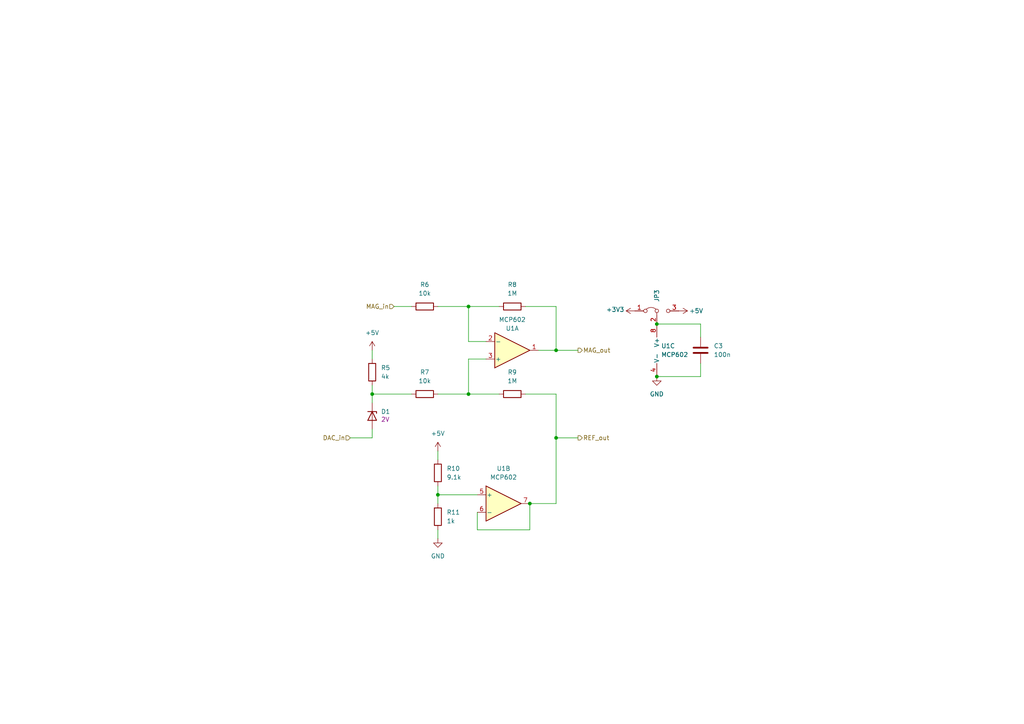
<source format=kicad_sch>
(kicad_sch (version 20231120) (generator "eeschema") (generator_version "8.0")
  (paper "A4")
  (title_block (date "2024-05-30") (company "Group 27"))
  (lib_symbols
    (symbol "Amplifier_Operational:MCP602" (pin_names (offset 0.127))
      (property "Reference" "U" (at 0 5.08 0))
      (property "Value" "MCP602" (at 0 -5.08 0))
      (symbol "MCP602_1_1"
        (polyline (pts (xy -5.08 5.08) (xy 5.08 0) (xy -5.08 -5.08) (xy -5.08 5.08)) (stroke (width 0.254)) (fill (type background)))
        (pin output line (at 7.62 0 180) (length 2.54) (name "~") (number "1"))
        (pin input line (at -7.62 -2.54 0) (length 2.54) (name "-") (number "2"))
        (pin input line (at -7.62 2.54 0) (length 2.54) (name "+") (number "3"))
      )
      (symbol "MCP602_2_1"
        (polyline (pts (xy -5.08 5.08) (xy 5.08 0) (xy -5.08 -5.08) (xy -5.08 5.08)) (stroke (width 0.254)) (fill (type background)))
        (pin input line (at -7.62 2.54 0) (length 2.54) (name "+") (number "5"))
        (pin input line (at -7.62 -2.54 0) (length 2.54) (name "-") (number "6"))
        (pin output line (at 7.62 0 180) (length 2.54) (name "~") (number "7"))
      )
      (symbol "MCP602_3_1"
        (pin power_in line (at -2.54 -7.62 90) (length 3.81) (name "V-") (number "4"))
        (pin power_in line (at -2.54 7.62 270) (length 3.81) (name "V+") (number "8"))
      )
    )
    (symbol "Device:C" (pin_numbers hide) (pin_names (offset 0.254))
      (property "Reference" "C" (at 0.635 2.54 0))
      (property "Value" "C" (at 0.635 -2.54 0))
      (symbol "C_0_1"
        (polyline (pts (xy -2.032 -0.762) (xy 2.032 -0.762)) (stroke (width 0.508)))
        (polyline (pts (xy -2.032 0.762) (xy 2.032 0.762)) (stroke (width 0.508)))
      )
      (symbol "C_1_1"
        (pin passive line (at 0 3.81 270) (length 2.794) (name "~") (number "1"))
        (pin passive line (at 0 -3.81 90) (length 2.794) (name "~") (number "2"))
      )
    )
    (symbol "Device:D_Zener" (pin_numbers hide) (pin_names (offset 1.016) hide)
      (property "Reference" "D" (at 0 2.54 0))
      (property "Value" "D_Zener" (at 0 -2.54 0))
      (symbol "D_Zener_0_1"
        (polyline (pts (xy 1.27 0) (xy -1.27 0)))
        (polyline (pts (xy -1.27 -1.27) (xy -1.27 1.27) (xy -0.762 1.27)) (stroke (width 0.254)))
        (polyline (pts (xy 1.27 -1.27) (xy 1.27 1.27) (xy -1.27 0) (xy 1.27 -1.27)) (stroke (width 0.254)))
      )
      (symbol "D_Zener_1_1"
        (pin passive line (at -3.81 0 0) (length 2.54) (name "K") (number "1"))
        (pin passive line (at 3.81 0 180) (length 2.54) (name "A") (number "2"))
      )
    )
    (symbol "Device:R" (pin_numbers hide) (pin_names (offset 0))
      (property "Reference" "R" (at 2.032 0 90))
      (property "Value" "R" (at 0 0 90))
      (symbol "R_0_1"
        (rectangle (start -1.016 -2.54) (end 1.016 2.54) (stroke (width 0.254)))
      )
      (symbol "R_1_1"
        (pin passive line (at 0 3.81 270) (length 1.27) (name "~") (number "1"))
        (pin passive line (at 0 -3.81 90) (length 1.27) (name "~") (number "2"))
      )
    )
    (symbol "Jumper:Jumper_3_Bridged12" (pin_names (offset 0) hide) (exclude_from_sim yes) (in_bom no)
      (property "Reference" "JP" (at -2.54 -2.54 0))
      (property "Value" "Jumper_3_Bridged12" (at 0 2.794 0))
      (symbol "Jumper_3_Bridged12_0_0"
        (circle (center -3.302 0) (radius 0.508))
        (circle (center 0 0) (radius 0.508))
        (circle (center 3.302 0) (radius 0.508))
      )
      (symbol "Jumper_3_Bridged12_0_1"
        (arc (start -0.254 0.508) (mid -1.651 0.9912) (end -3.048 0.508))
        (polyline (pts (xy 0 -1.27) (xy 0 -0.508)))
      )
      (symbol "Jumper_3_Bridged12_1_1"
        (pin passive line (at -6.35 0 0) (length 2.54) (name "A") (number "1"))
        (pin passive line (at 0 -3.81 90) (length 2.54) (name "C") (number "2"))
        (pin passive line (at 6.35 0 180) (length 2.54) (name "B") (number "3"))
      )
    )
    (symbol "power:+3V3" (power) (pin_names (offset 0))
      (property "Value" "+3V3" (at 0 3.556 0))
      (symbol "+3V3_0_1"
        (polyline (pts (xy -0.762 1.27) (xy 0 2.54)))
        (polyline (pts (xy 0 0) (xy 0 2.54)))
        (polyline (pts (xy 0 2.54) (xy 0.762 1.27)))
      )
      (symbol "+3V3_1_1"
        (pin power_in line (at 0 0 90) (length 0) hide (name "+3V3") (number "1"))
      )
    )
    (symbol "power:+5V" (power) (pin_numbers hide) (pin_names (offset 0) hide)
      (property "Value" "+5V" (at 0 3.556 0))
      (symbol "+5V_0_1"
        (polyline (pts (xy -0.762 1.27) (xy 0 2.54)))
        (polyline (pts (xy 0 0) (xy 0 2.54)))
        (polyline (pts (xy 0 2.54) (xy 0.762 1.27)))
      )
      (symbol "+5V_1_1"
        (pin power_in line (at 0 0 90) (length 0) (name "~") (number "1"))
      )
    )
    (symbol "power:GND" (power) (pin_numbers hide) (pin_names (offset 0) hide)
      (property "Value" "GND" (at 0 -3.81 0))
      (symbol "GND_0_1"
        (polyline (pts (xy 0 0) (xy 0 -1.27) (xy 1.27 -1.27) (xy 0 -2.54) (xy -1.27 -1.27) (xy 0 -1.27)))
      )
      (symbol "GND_1_1"
        (pin power_in line (at 0 0 270) (length 0) (name "~") (number "1"))
      )
    )
  )
  (junction (at 161.29 101.6))
  (junction (at 127 143.51))
  (junction (at 135.89 88.9))
  (junction (at 190.5 109.22))
  (junction (at 107.95 114.3))
  (junction (at 161.29 127))
  (junction (at 153.67 146.05))
  (junction (at 135.89 114.3))
  (junction (at 190.5 93.98))
  (wire (pts (xy 135.89 104.14) (xy 140.97 104.14)))
  (wire (pts (xy 127 143.51) (xy 138.43 143.51)))
  (wire (pts (xy 127 114.3) (xy 135.89 114.3)))
  (wire (pts (xy 114.3 88.9) (xy 119.38 88.9)))
  (wire (pts (xy 161.29 127) (xy 167.64 127)))
  (wire (pts (xy 153.67 146.05) (xy 161.29 146.05)))
  (wire (pts (xy 107.95 114.3) (xy 107.95 116.84)))
  (wire (pts (xy 127 143.51) (xy 127 146.05)))
  (wire (pts (xy 135.89 88.9) (xy 144.78 88.9)))
  (wire (pts (xy 161.29 88.9) (xy 161.29 101.6)))
  (wire (pts (xy 107.95 101.6) (xy 107.95 104.14)))
  (wire (pts (xy 152.4 114.3) (xy 161.29 114.3)))
  (wire (pts (xy 101.6 127) (xy 107.95 127)))
  (wire (pts (xy 140.97 99.06) (xy 135.89 99.06)))
  (wire (pts (xy 153.67 153.67) (xy 153.67 146.05)))
  (wire (pts (xy 127 153.67) (xy 127 156.21)))
  (wire (pts (xy 127 88.9) (xy 135.89 88.9)))
  (wire (pts (xy 107.95 124.46) (xy 107.95 127)))
  (wire (pts (xy 190.5 109.22) (xy 203.2 109.22)))
  (wire (pts (xy 161.29 101.6) (xy 156.21 101.6)))
  (wire (pts (xy 190.5 93.98) (xy 203.2 93.98)))
  (wire (pts (xy 203.2 93.98) (xy 203.2 97.79)))
  (wire (pts (xy 138.43 153.67) (xy 153.67 153.67)))
  (wire (pts (xy 138.43 148.59) (xy 138.43 153.67)))
  (wire (pts (xy 203.2 109.22) (xy 203.2 105.41)))
  (wire (pts (xy 127 130.81) (xy 127 133.35)))
  (wire (pts (xy 152.4 88.9) (xy 161.29 88.9)))
  (wire (pts (xy 135.89 114.3) (xy 144.78 114.3)))
  (wire (pts (xy 161.29 146.05) (xy 161.29 127)))
  (wire (pts (xy 107.95 114.3) (xy 119.38 114.3)))
  (wire (pts (xy 161.29 101.6) (xy 167.64 101.6)))
  (wire (pts (xy 135.89 114.3) (xy 135.89 104.14)))
  (wire (pts (xy 161.29 114.3) (xy 161.29 127)))
  (wire (pts (xy 135.89 99.06) (xy 135.89 88.9)))
  (wire (pts (xy 127 140.97) (xy 127 143.51)))
  (wire (pts (xy 107.95 111.76) (xy 107.95 114.3)))
  (hierarchical_label "REF_out" (shape output) (at 167.64 127 0))
  (hierarchical_label "DAC_in" (shape input) (at 101.6 127 180))
  (hierarchical_label "MAG_out" (shape output) (at 167.64 101.6 0))
  (hierarchical_label "MAG_in" (shape input) (at 114.3 88.9 180))
  (symbol (lib_id "Jumper:Jumper_3_Bridged12") (at 190.5 90.17 0) (unit 1) (exclude_from_sim yes) (in_bom no)
    (property "Reference" "JP3" (at 190.5001 87.63 90) (effects (justify left)))
    (property "Value" "Jumper_3_Bridged12" (effects (hide yes)))
    (property "Footprint" "Jumper:SolderJumper-3_P1.3mm_Bridged12_RoundedPad1.0x1.5mm" (effects (hide yes)))
    (property "Description" "Jumper, 3-pole, pins 1+2 closed/bridged" (effects (hide yes)))
  )
  (symbol (lib_id "power:GND") (at 190.5 109.22 0) (unit 1)
    (property "Reference" "#PWR015" (effects (hide yes)))
    (property "Value" "GND" (at 190.5 114.3 0))
    (property "Description" "Power symbol creates a global label with name \"GND\" , ground" (effects (hide yes)))
  )
  (symbol (lib_id "Device:R") (at 127 149.86 0) (unit 1)
    (property "Reference" "R11" (at 129.54 148.5899 0) (effects (justify left)))
    (property "Value" "1k" (at 129.54 151.1299 0) (effects (justify left)))
    (property "Footprint" "Resistor_SMD:R_0805_2012Metric" (effects (hide yes)))
    (property "Description" "Resistor" (effects (hide yes)))
  )
  (symbol (lib_id "Device:R") (at 148.59 114.3 90) (unit 1)
    (property "Reference" "R9" (at 148.59 107.95 90))
    (property "Value" "1M" (at 148.59 110.49 90))
    (property "Footprint" "Resistor_SMD:R_0805_2012Metric" (effects (hide yes)))
    (property "Description" "Resistor" (effects (hide yes)))
  )
  (symbol (lib_id "power:+3V3") (at 184.15 90.17 90) (unit 1)
    (property "Reference" "#PWR014" (effects (hide yes)))
    (property "Value" "+3V3" (at 181.102 89.789 90) (effects (justify left)))
  )
  (symbol (lib_id "Device:D_Zener") (at 107.95 120.65 270) (unit 1)
    (property "Reference" "D1" (at 110.49 119.3799 90) (effects (justify left)))
    (property "Value" "BZT52C2V0-7-F" (effects (hide yes)))
    (property "Footprint" "Diode_SMD:D_SOD-123F" (effects (hide yes)))
    (property "Description" "Zener diode" (effects (hide yes)))
    (property "Voltage" "2V" (at 111.76 121.666 90))
  )
  (symbol (lib_id "Device:R") (at 107.95 107.95 0) (unit 1)
    (property "Reference" "R5" (at 110.49 106.6799 0) (effects (justify left)))
    (property "Value" "4k" (at 110.49 109.2199 0) (effects (justify left)))
    (property "Footprint" "Resistor_SMD:R_0805_2012Metric" (effects (hide yes)))
    (property "Description" "Resistor" (effects (hide yes)))
  )
  (symbol (lib_id "power:+5V") (at 196.85 90.17 270) (unit 1)
    (property "Reference" "#PWR023" (effects (hide yes)))
    (property "Value" "+5V" (at 201.93 90.17 90))
    (property "Description" "Power symbol creates a global label with name \"+5V\"" (effects (hide yes)))
  )
  (symbol (lib_id "Amplifier_Operational:MCP602") (at 193.04 101.6 0) (unit 3)
    (property "Reference" "U1" (at 191.77 100.3299 0) (effects (justify left)))
    (property "Value" "MCP602" (at 191.77 102.8699 0) (effects (justify left)))
    (property "Footprint" "Package_SO:SOIC-8_3.9x4.9mm_P1.27mm" (effects (hide yes)))
    (property "Datasheet" "http://ww1.microchip.com/downloads/en/DeviceDoc/21314g.pdf" (effects (hide yes)))
    (property "Description" "Dual 2.7V to 6.0V Single Supply CMOS Op Amps, DIP-8/SOIC-8/TSSOP-8" (effects (hide yes)))
  )
  (symbol (lib_id "Device:R") (at 148.59 88.9 90) (unit 1)
    (property "Reference" "R8" (at 148.59 82.55 90))
    (property "Value" "1M" (at 148.59 85.09 90))
    (property "Footprint" "Resistor_SMD:R_0805_2012Metric" (effects (hide yes)))
    (property "Description" "Resistor" (effects (hide yes)))
  )
  (symbol (lib_id "Amplifier_Operational:MCP602") (at 146.05 146.05 0) (unit 2)
    (property "Reference" "U1" (at 146.05 135.89 0))
    (property "Value" "MCP602" (at 146.05 138.43 0))
    (property "Footprint" "Package_SO:SOIC-8_3.9x4.9mm_P1.27mm" (effects (hide yes)))
    (property "Datasheet" "http://ww1.microchip.com/downloads/en/DeviceDoc/21314g.pdf" (effects (hide yes)))
    (property "Description" "Dual 2.7V to 6.0V Single Supply CMOS Op Amps, DIP-8/SOIC-8/TSSOP-8" (effects (hide yes)))
  )
  (symbol (lib_id "Device:R") (at 123.19 114.3 90) (unit 1)
    (property "Reference" "R7" (at 123.19 107.95 90))
    (property "Value" "10k" (at 123.19 110.49 90))
    (property "Footprint" "Resistor_SMD:R_0805_2012Metric" (effects (hide yes)))
    (property "Description" "Resistor" (effects (hide yes)))
  )
  (symbol (lib_id "power:+5V") (at 107.95 101.6 0) (unit 1)
    (property "Reference" "#PWR013" (effects (hide yes)))
    (property "Value" "+5V" (at 107.95 96.52 0))
    (property "Description" "Power symbol creates a global label with name \"+5V\"" (effects (hide yes)))
  )
  (symbol (lib_id "Amplifier_Operational:MCP602") (at 148.59 101.6 0) (mirror x) (unit 1)
    (property "Reference" "U1" (at 148.59 95.25 0))
    (property "Value" "MCP602" (at 148.59 92.71 0))
    (property "Footprint" "Package_SO:SOIC-8_3.9x4.9mm_P1.27mm" (effects (hide yes)))
    (property "Datasheet" "http://ww1.microchip.com/downloads/en/DeviceDoc/21314g.pdf" (effects (hide yes)))
    (property "Description" "Dual 2.7V to 6.0V Single Supply CMOS Op Amps, DIP-8/SOIC-8/TSSOP-8" (effects (hide yes)))
  )
  (symbol (lib_id "power:+5V") (at 127 130.81 0) (unit 1)
    (property "Reference" "#PWR08" (effects (hide yes)))
    (property "Value" "+5V" (at 127 125.73 0))
    (property "Description" "Power symbol creates a global label with name \"+5V\"" (effects (hide yes)))
  )
  (symbol (lib_id "power:GND") (at 127 156.21 0) (unit 1)
    (property "Reference" "#PWR011" (effects (hide yes)))
    (property "Value" "GND" (at 127 161.29 0))
    (property "Description" "Power symbol creates a global label with name \"GND\" , ground" (effects (hide yes)))
  )
  (symbol (lib_id "Device:C") (at 203.2 101.6 0) (unit 1)
    (property "Reference" "C3" (at 207.01 100.3299 0) (effects (justify left)))
    (property "Value" "100n	" (at 207.01 102.8699 0) (effects (justify left)))
    (property "Footprint" "Capacitor_SMD:C_0805_2012Metric" (effects (hide yes)))
    (property "Description" "Unpolarized capacitor" (effects (hide yes)))
  )
  (symbol (lib_id "Device:R") (at 127 137.16 0) (unit 1)
    (property "Reference" "R10" (at 129.54 135.8899 0) (effects (justify left)))
    (property "Value" "9.1k" (at 129.54 138.4299 0) (effects (justify left)))
    (property "Footprint" "Resistor_SMD:R_0805_2012Metric" (effects (hide yes)))
    (property "Description" "Resistor" (effects (hide yes)))
  )
  (symbol (lib_id "Device:R") (at 123.19 88.9 90) (unit 1)
    (property "Reference" "R6" (at 123.19 82.55 90))
    (property "Value" "10k" (at 123.19 85.09 90))
    (property "Footprint" "Resistor_SMD:R_0805_2012Metric" (effects (hide yes)))
    (property "Description" "Resistor" (effects (hide yes)))
  )
)
</source>
